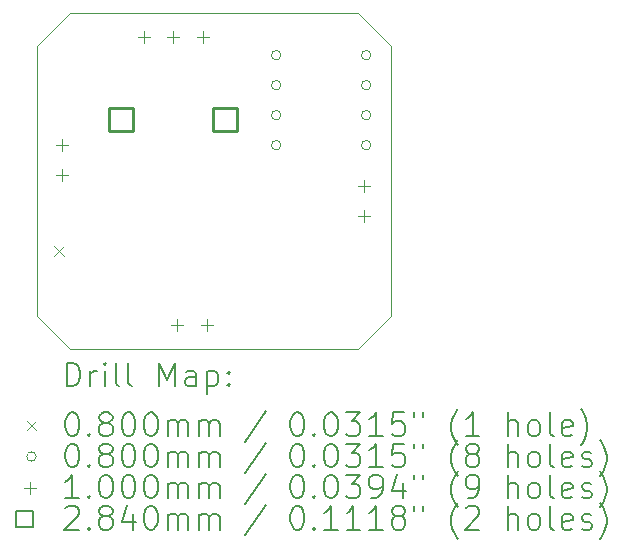
<source format=gbr>
%TF.GenerationSoftware,KiCad,Pcbnew,(6.0.7)*%
%TF.CreationDate,2024-01-15T20:32:37-05:00*%
%TF.ProjectId,pcb_chip,7063625f-6368-4697-902e-6b696361645f,rev?*%
%TF.SameCoordinates,Original*%
%TF.FileFunction,Drillmap*%
%TF.FilePolarity,Positive*%
%FSLAX45Y45*%
G04 Gerber Fmt 4.5, Leading zero omitted, Abs format (unit mm)*
G04 Created by KiCad (PCBNEW (6.0.7)) date 2024-01-15 20:32:37*
%MOMM*%
%LPD*%
G01*
G04 APERTURE LIST*
%ADD10C,0.100000*%
%ADD11C,0.200000*%
%ADD12C,0.080000*%
%ADD13C,0.284000*%
G04 APERTURE END LIST*
D10*
X14325600Y-8255000D02*
X14325600Y-10541000D01*
X14046200Y-10820400D01*
X11607800Y-10820400D01*
X11328400Y-10541000D01*
X11328400Y-8255000D01*
X11607800Y-7975600D01*
X14046200Y-7975600D01*
X14325600Y-8255000D01*
D11*
D12*
X11476360Y-9947280D02*
X11556360Y-10027280D01*
X11556360Y-9947280D02*
X11476360Y-10027280D01*
X13395320Y-8331200D02*
G75*
G03*
X13395320Y-8331200I-40000J0D01*
G01*
X13395320Y-8585200D02*
G75*
G03*
X13395320Y-8585200I-40000J0D01*
G01*
X13395320Y-8839200D02*
G75*
G03*
X13395320Y-8839200I-40000J0D01*
G01*
X13395320Y-9093200D02*
G75*
G03*
X13395320Y-9093200I-40000J0D01*
G01*
X14157320Y-8331200D02*
G75*
G03*
X14157320Y-8331200I-40000J0D01*
G01*
X14157320Y-8585200D02*
G75*
G03*
X14157320Y-8585200I-40000J0D01*
G01*
X14157320Y-8839200D02*
G75*
G03*
X14157320Y-8839200I-40000J0D01*
G01*
X14157320Y-9093200D02*
G75*
G03*
X14157320Y-9093200I-40000J0D01*
G01*
D10*
X11541760Y-9043700D02*
X11541760Y-9143700D01*
X11491760Y-9093700D02*
X11591760Y-9093700D01*
X11541760Y-9297700D02*
X11541760Y-9397700D01*
X11491760Y-9347700D02*
X11591760Y-9347700D01*
X12234100Y-8125500D02*
X12234100Y-8225500D01*
X12184100Y-8175500D02*
X12284100Y-8175500D01*
X12484100Y-8125500D02*
X12484100Y-8225500D01*
X12434100Y-8175500D02*
X12534100Y-8175500D01*
X12517120Y-10567200D02*
X12517120Y-10667200D01*
X12467120Y-10617200D02*
X12567120Y-10617200D01*
X12734100Y-8125500D02*
X12734100Y-8225500D01*
X12684100Y-8175500D02*
X12784100Y-8175500D01*
X12771120Y-10567200D02*
X12771120Y-10667200D01*
X12721120Y-10617200D02*
X12821120Y-10617200D01*
X14097000Y-9386600D02*
X14097000Y-9486600D01*
X14047000Y-9436600D02*
X14147000Y-9436600D01*
X14097000Y-9640600D02*
X14097000Y-9740600D01*
X14047000Y-9690600D02*
X14147000Y-9690600D01*
D13*
X12144510Y-8975910D02*
X12144510Y-8775090D01*
X11943690Y-8775090D01*
X11943690Y-8975910D01*
X12144510Y-8975910D01*
X13024510Y-8975910D02*
X13024510Y-8775090D01*
X12823690Y-8775090D01*
X12823690Y-8975910D01*
X13024510Y-8975910D01*
D11*
X11581019Y-11135876D02*
X11581019Y-10935876D01*
X11628638Y-10935876D01*
X11657209Y-10945400D01*
X11676257Y-10964448D01*
X11685781Y-10983495D01*
X11695305Y-11021590D01*
X11695305Y-11050162D01*
X11685781Y-11088257D01*
X11676257Y-11107305D01*
X11657209Y-11126352D01*
X11628638Y-11135876D01*
X11581019Y-11135876D01*
X11781019Y-11135876D02*
X11781019Y-11002543D01*
X11781019Y-11040638D02*
X11790543Y-11021590D01*
X11800067Y-11012067D01*
X11819114Y-11002543D01*
X11838162Y-11002543D01*
X11904828Y-11135876D02*
X11904828Y-11002543D01*
X11904828Y-10935876D02*
X11895305Y-10945400D01*
X11904828Y-10954924D01*
X11914352Y-10945400D01*
X11904828Y-10935876D01*
X11904828Y-10954924D01*
X12028638Y-11135876D02*
X12009590Y-11126352D01*
X12000067Y-11107305D01*
X12000067Y-10935876D01*
X12133400Y-11135876D02*
X12114352Y-11126352D01*
X12104828Y-11107305D01*
X12104828Y-10935876D01*
X12361971Y-11135876D02*
X12361971Y-10935876D01*
X12428638Y-11078733D01*
X12495305Y-10935876D01*
X12495305Y-11135876D01*
X12676257Y-11135876D02*
X12676257Y-11031114D01*
X12666733Y-11012067D01*
X12647686Y-11002543D01*
X12609590Y-11002543D01*
X12590543Y-11012067D01*
X12676257Y-11126352D02*
X12657209Y-11135876D01*
X12609590Y-11135876D01*
X12590543Y-11126352D01*
X12581019Y-11107305D01*
X12581019Y-11088257D01*
X12590543Y-11069210D01*
X12609590Y-11059686D01*
X12657209Y-11059686D01*
X12676257Y-11050162D01*
X12771495Y-11002543D02*
X12771495Y-11202543D01*
X12771495Y-11012067D02*
X12790543Y-11002543D01*
X12828638Y-11002543D01*
X12847686Y-11012067D01*
X12857209Y-11021590D01*
X12866733Y-11040638D01*
X12866733Y-11097781D01*
X12857209Y-11116829D01*
X12847686Y-11126352D01*
X12828638Y-11135876D01*
X12790543Y-11135876D01*
X12771495Y-11126352D01*
X12952448Y-11116829D02*
X12961971Y-11126352D01*
X12952448Y-11135876D01*
X12942924Y-11126352D01*
X12952448Y-11116829D01*
X12952448Y-11135876D01*
X12952448Y-11012067D02*
X12961971Y-11021590D01*
X12952448Y-11031114D01*
X12942924Y-11021590D01*
X12952448Y-11012067D01*
X12952448Y-11031114D01*
D12*
X11243400Y-11425400D02*
X11323400Y-11505400D01*
X11323400Y-11425400D02*
X11243400Y-11505400D01*
D11*
X11619114Y-11355876D02*
X11638162Y-11355876D01*
X11657209Y-11365400D01*
X11666733Y-11374924D01*
X11676257Y-11393971D01*
X11685781Y-11432067D01*
X11685781Y-11479686D01*
X11676257Y-11517781D01*
X11666733Y-11536828D01*
X11657209Y-11546352D01*
X11638162Y-11555876D01*
X11619114Y-11555876D01*
X11600067Y-11546352D01*
X11590543Y-11536828D01*
X11581019Y-11517781D01*
X11571495Y-11479686D01*
X11571495Y-11432067D01*
X11581019Y-11393971D01*
X11590543Y-11374924D01*
X11600067Y-11365400D01*
X11619114Y-11355876D01*
X11771495Y-11536828D02*
X11781019Y-11546352D01*
X11771495Y-11555876D01*
X11761971Y-11546352D01*
X11771495Y-11536828D01*
X11771495Y-11555876D01*
X11895305Y-11441590D02*
X11876257Y-11432067D01*
X11866733Y-11422543D01*
X11857209Y-11403495D01*
X11857209Y-11393971D01*
X11866733Y-11374924D01*
X11876257Y-11365400D01*
X11895305Y-11355876D01*
X11933400Y-11355876D01*
X11952448Y-11365400D01*
X11961971Y-11374924D01*
X11971495Y-11393971D01*
X11971495Y-11403495D01*
X11961971Y-11422543D01*
X11952448Y-11432067D01*
X11933400Y-11441590D01*
X11895305Y-11441590D01*
X11876257Y-11451114D01*
X11866733Y-11460638D01*
X11857209Y-11479686D01*
X11857209Y-11517781D01*
X11866733Y-11536828D01*
X11876257Y-11546352D01*
X11895305Y-11555876D01*
X11933400Y-11555876D01*
X11952448Y-11546352D01*
X11961971Y-11536828D01*
X11971495Y-11517781D01*
X11971495Y-11479686D01*
X11961971Y-11460638D01*
X11952448Y-11451114D01*
X11933400Y-11441590D01*
X12095305Y-11355876D02*
X12114352Y-11355876D01*
X12133400Y-11365400D01*
X12142924Y-11374924D01*
X12152448Y-11393971D01*
X12161971Y-11432067D01*
X12161971Y-11479686D01*
X12152448Y-11517781D01*
X12142924Y-11536828D01*
X12133400Y-11546352D01*
X12114352Y-11555876D01*
X12095305Y-11555876D01*
X12076257Y-11546352D01*
X12066733Y-11536828D01*
X12057209Y-11517781D01*
X12047686Y-11479686D01*
X12047686Y-11432067D01*
X12057209Y-11393971D01*
X12066733Y-11374924D01*
X12076257Y-11365400D01*
X12095305Y-11355876D01*
X12285781Y-11355876D02*
X12304828Y-11355876D01*
X12323876Y-11365400D01*
X12333400Y-11374924D01*
X12342924Y-11393971D01*
X12352448Y-11432067D01*
X12352448Y-11479686D01*
X12342924Y-11517781D01*
X12333400Y-11536828D01*
X12323876Y-11546352D01*
X12304828Y-11555876D01*
X12285781Y-11555876D01*
X12266733Y-11546352D01*
X12257209Y-11536828D01*
X12247686Y-11517781D01*
X12238162Y-11479686D01*
X12238162Y-11432067D01*
X12247686Y-11393971D01*
X12257209Y-11374924D01*
X12266733Y-11365400D01*
X12285781Y-11355876D01*
X12438162Y-11555876D02*
X12438162Y-11422543D01*
X12438162Y-11441590D02*
X12447686Y-11432067D01*
X12466733Y-11422543D01*
X12495305Y-11422543D01*
X12514352Y-11432067D01*
X12523876Y-11451114D01*
X12523876Y-11555876D01*
X12523876Y-11451114D02*
X12533400Y-11432067D01*
X12552448Y-11422543D01*
X12581019Y-11422543D01*
X12600067Y-11432067D01*
X12609590Y-11451114D01*
X12609590Y-11555876D01*
X12704828Y-11555876D02*
X12704828Y-11422543D01*
X12704828Y-11441590D02*
X12714352Y-11432067D01*
X12733400Y-11422543D01*
X12761971Y-11422543D01*
X12781019Y-11432067D01*
X12790543Y-11451114D01*
X12790543Y-11555876D01*
X12790543Y-11451114D02*
X12800067Y-11432067D01*
X12819114Y-11422543D01*
X12847686Y-11422543D01*
X12866733Y-11432067D01*
X12876257Y-11451114D01*
X12876257Y-11555876D01*
X13266733Y-11346352D02*
X13095305Y-11603495D01*
X13523876Y-11355876D02*
X13542924Y-11355876D01*
X13561971Y-11365400D01*
X13571495Y-11374924D01*
X13581019Y-11393971D01*
X13590543Y-11432067D01*
X13590543Y-11479686D01*
X13581019Y-11517781D01*
X13571495Y-11536828D01*
X13561971Y-11546352D01*
X13542924Y-11555876D01*
X13523876Y-11555876D01*
X13504828Y-11546352D01*
X13495305Y-11536828D01*
X13485781Y-11517781D01*
X13476257Y-11479686D01*
X13476257Y-11432067D01*
X13485781Y-11393971D01*
X13495305Y-11374924D01*
X13504828Y-11365400D01*
X13523876Y-11355876D01*
X13676257Y-11536828D02*
X13685781Y-11546352D01*
X13676257Y-11555876D01*
X13666733Y-11546352D01*
X13676257Y-11536828D01*
X13676257Y-11555876D01*
X13809590Y-11355876D02*
X13828638Y-11355876D01*
X13847686Y-11365400D01*
X13857209Y-11374924D01*
X13866733Y-11393971D01*
X13876257Y-11432067D01*
X13876257Y-11479686D01*
X13866733Y-11517781D01*
X13857209Y-11536828D01*
X13847686Y-11546352D01*
X13828638Y-11555876D01*
X13809590Y-11555876D01*
X13790543Y-11546352D01*
X13781019Y-11536828D01*
X13771495Y-11517781D01*
X13761971Y-11479686D01*
X13761971Y-11432067D01*
X13771495Y-11393971D01*
X13781019Y-11374924D01*
X13790543Y-11365400D01*
X13809590Y-11355876D01*
X13942924Y-11355876D02*
X14066733Y-11355876D01*
X14000067Y-11432067D01*
X14028638Y-11432067D01*
X14047686Y-11441590D01*
X14057209Y-11451114D01*
X14066733Y-11470162D01*
X14066733Y-11517781D01*
X14057209Y-11536828D01*
X14047686Y-11546352D01*
X14028638Y-11555876D01*
X13971495Y-11555876D01*
X13952448Y-11546352D01*
X13942924Y-11536828D01*
X14257209Y-11555876D02*
X14142924Y-11555876D01*
X14200067Y-11555876D02*
X14200067Y-11355876D01*
X14181019Y-11384448D01*
X14161971Y-11403495D01*
X14142924Y-11413019D01*
X14438162Y-11355876D02*
X14342924Y-11355876D01*
X14333400Y-11451114D01*
X14342924Y-11441590D01*
X14361971Y-11432067D01*
X14409590Y-11432067D01*
X14428638Y-11441590D01*
X14438162Y-11451114D01*
X14447686Y-11470162D01*
X14447686Y-11517781D01*
X14438162Y-11536828D01*
X14428638Y-11546352D01*
X14409590Y-11555876D01*
X14361971Y-11555876D01*
X14342924Y-11546352D01*
X14333400Y-11536828D01*
X14523876Y-11355876D02*
X14523876Y-11393971D01*
X14600067Y-11355876D02*
X14600067Y-11393971D01*
X14895305Y-11632067D02*
X14885781Y-11622543D01*
X14866733Y-11593971D01*
X14857209Y-11574924D01*
X14847686Y-11546352D01*
X14838162Y-11498733D01*
X14838162Y-11460638D01*
X14847686Y-11413019D01*
X14857209Y-11384448D01*
X14866733Y-11365400D01*
X14885781Y-11336828D01*
X14895305Y-11327305D01*
X15076257Y-11555876D02*
X14961971Y-11555876D01*
X15019114Y-11555876D02*
X15019114Y-11355876D01*
X15000067Y-11384448D01*
X14981019Y-11403495D01*
X14961971Y-11413019D01*
X15314352Y-11555876D02*
X15314352Y-11355876D01*
X15400067Y-11555876D02*
X15400067Y-11451114D01*
X15390543Y-11432067D01*
X15371495Y-11422543D01*
X15342924Y-11422543D01*
X15323876Y-11432067D01*
X15314352Y-11441590D01*
X15523876Y-11555876D02*
X15504828Y-11546352D01*
X15495305Y-11536828D01*
X15485781Y-11517781D01*
X15485781Y-11460638D01*
X15495305Y-11441590D01*
X15504828Y-11432067D01*
X15523876Y-11422543D01*
X15552448Y-11422543D01*
X15571495Y-11432067D01*
X15581019Y-11441590D01*
X15590543Y-11460638D01*
X15590543Y-11517781D01*
X15581019Y-11536828D01*
X15571495Y-11546352D01*
X15552448Y-11555876D01*
X15523876Y-11555876D01*
X15704828Y-11555876D02*
X15685781Y-11546352D01*
X15676257Y-11527305D01*
X15676257Y-11355876D01*
X15857209Y-11546352D02*
X15838162Y-11555876D01*
X15800067Y-11555876D01*
X15781019Y-11546352D01*
X15771495Y-11527305D01*
X15771495Y-11451114D01*
X15781019Y-11432067D01*
X15800067Y-11422543D01*
X15838162Y-11422543D01*
X15857209Y-11432067D01*
X15866733Y-11451114D01*
X15866733Y-11470162D01*
X15771495Y-11489209D01*
X15933400Y-11632067D02*
X15942924Y-11622543D01*
X15961971Y-11593971D01*
X15971495Y-11574924D01*
X15981019Y-11546352D01*
X15990543Y-11498733D01*
X15990543Y-11460638D01*
X15981019Y-11413019D01*
X15971495Y-11384448D01*
X15961971Y-11365400D01*
X15942924Y-11336828D01*
X15933400Y-11327305D01*
D12*
X11323400Y-11729400D02*
G75*
G03*
X11323400Y-11729400I-40000J0D01*
G01*
D11*
X11619114Y-11619876D02*
X11638162Y-11619876D01*
X11657209Y-11629400D01*
X11666733Y-11638924D01*
X11676257Y-11657971D01*
X11685781Y-11696067D01*
X11685781Y-11743686D01*
X11676257Y-11781781D01*
X11666733Y-11800828D01*
X11657209Y-11810352D01*
X11638162Y-11819876D01*
X11619114Y-11819876D01*
X11600067Y-11810352D01*
X11590543Y-11800828D01*
X11581019Y-11781781D01*
X11571495Y-11743686D01*
X11571495Y-11696067D01*
X11581019Y-11657971D01*
X11590543Y-11638924D01*
X11600067Y-11629400D01*
X11619114Y-11619876D01*
X11771495Y-11800828D02*
X11781019Y-11810352D01*
X11771495Y-11819876D01*
X11761971Y-11810352D01*
X11771495Y-11800828D01*
X11771495Y-11819876D01*
X11895305Y-11705590D02*
X11876257Y-11696067D01*
X11866733Y-11686543D01*
X11857209Y-11667495D01*
X11857209Y-11657971D01*
X11866733Y-11638924D01*
X11876257Y-11629400D01*
X11895305Y-11619876D01*
X11933400Y-11619876D01*
X11952448Y-11629400D01*
X11961971Y-11638924D01*
X11971495Y-11657971D01*
X11971495Y-11667495D01*
X11961971Y-11686543D01*
X11952448Y-11696067D01*
X11933400Y-11705590D01*
X11895305Y-11705590D01*
X11876257Y-11715114D01*
X11866733Y-11724638D01*
X11857209Y-11743686D01*
X11857209Y-11781781D01*
X11866733Y-11800828D01*
X11876257Y-11810352D01*
X11895305Y-11819876D01*
X11933400Y-11819876D01*
X11952448Y-11810352D01*
X11961971Y-11800828D01*
X11971495Y-11781781D01*
X11971495Y-11743686D01*
X11961971Y-11724638D01*
X11952448Y-11715114D01*
X11933400Y-11705590D01*
X12095305Y-11619876D02*
X12114352Y-11619876D01*
X12133400Y-11629400D01*
X12142924Y-11638924D01*
X12152448Y-11657971D01*
X12161971Y-11696067D01*
X12161971Y-11743686D01*
X12152448Y-11781781D01*
X12142924Y-11800828D01*
X12133400Y-11810352D01*
X12114352Y-11819876D01*
X12095305Y-11819876D01*
X12076257Y-11810352D01*
X12066733Y-11800828D01*
X12057209Y-11781781D01*
X12047686Y-11743686D01*
X12047686Y-11696067D01*
X12057209Y-11657971D01*
X12066733Y-11638924D01*
X12076257Y-11629400D01*
X12095305Y-11619876D01*
X12285781Y-11619876D02*
X12304828Y-11619876D01*
X12323876Y-11629400D01*
X12333400Y-11638924D01*
X12342924Y-11657971D01*
X12352448Y-11696067D01*
X12352448Y-11743686D01*
X12342924Y-11781781D01*
X12333400Y-11800828D01*
X12323876Y-11810352D01*
X12304828Y-11819876D01*
X12285781Y-11819876D01*
X12266733Y-11810352D01*
X12257209Y-11800828D01*
X12247686Y-11781781D01*
X12238162Y-11743686D01*
X12238162Y-11696067D01*
X12247686Y-11657971D01*
X12257209Y-11638924D01*
X12266733Y-11629400D01*
X12285781Y-11619876D01*
X12438162Y-11819876D02*
X12438162Y-11686543D01*
X12438162Y-11705590D02*
X12447686Y-11696067D01*
X12466733Y-11686543D01*
X12495305Y-11686543D01*
X12514352Y-11696067D01*
X12523876Y-11715114D01*
X12523876Y-11819876D01*
X12523876Y-11715114D02*
X12533400Y-11696067D01*
X12552448Y-11686543D01*
X12581019Y-11686543D01*
X12600067Y-11696067D01*
X12609590Y-11715114D01*
X12609590Y-11819876D01*
X12704828Y-11819876D02*
X12704828Y-11686543D01*
X12704828Y-11705590D02*
X12714352Y-11696067D01*
X12733400Y-11686543D01*
X12761971Y-11686543D01*
X12781019Y-11696067D01*
X12790543Y-11715114D01*
X12790543Y-11819876D01*
X12790543Y-11715114D02*
X12800067Y-11696067D01*
X12819114Y-11686543D01*
X12847686Y-11686543D01*
X12866733Y-11696067D01*
X12876257Y-11715114D01*
X12876257Y-11819876D01*
X13266733Y-11610352D02*
X13095305Y-11867495D01*
X13523876Y-11619876D02*
X13542924Y-11619876D01*
X13561971Y-11629400D01*
X13571495Y-11638924D01*
X13581019Y-11657971D01*
X13590543Y-11696067D01*
X13590543Y-11743686D01*
X13581019Y-11781781D01*
X13571495Y-11800828D01*
X13561971Y-11810352D01*
X13542924Y-11819876D01*
X13523876Y-11819876D01*
X13504828Y-11810352D01*
X13495305Y-11800828D01*
X13485781Y-11781781D01*
X13476257Y-11743686D01*
X13476257Y-11696067D01*
X13485781Y-11657971D01*
X13495305Y-11638924D01*
X13504828Y-11629400D01*
X13523876Y-11619876D01*
X13676257Y-11800828D02*
X13685781Y-11810352D01*
X13676257Y-11819876D01*
X13666733Y-11810352D01*
X13676257Y-11800828D01*
X13676257Y-11819876D01*
X13809590Y-11619876D02*
X13828638Y-11619876D01*
X13847686Y-11629400D01*
X13857209Y-11638924D01*
X13866733Y-11657971D01*
X13876257Y-11696067D01*
X13876257Y-11743686D01*
X13866733Y-11781781D01*
X13857209Y-11800828D01*
X13847686Y-11810352D01*
X13828638Y-11819876D01*
X13809590Y-11819876D01*
X13790543Y-11810352D01*
X13781019Y-11800828D01*
X13771495Y-11781781D01*
X13761971Y-11743686D01*
X13761971Y-11696067D01*
X13771495Y-11657971D01*
X13781019Y-11638924D01*
X13790543Y-11629400D01*
X13809590Y-11619876D01*
X13942924Y-11619876D02*
X14066733Y-11619876D01*
X14000067Y-11696067D01*
X14028638Y-11696067D01*
X14047686Y-11705590D01*
X14057209Y-11715114D01*
X14066733Y-11734162D01*
X14066733Y-11781781D01*
X14057209Y-11800828D01*
X14047686Y-11810352D01*
X14028638Y-11819876D01*
X13971495Y-11819876D01*
X13952448Y-11810352D01*
X13942924Y-11800828D01*
X14257209Y-11819876D02*
X14142924Y-11819876D01*
X14200067Y-11819876D02*
X14200067Y-11619876D01*
X14181019Y-11648448D01*
X14161971Y-11667495D01*
X14142924Y-11677019D01*
X14438162Y-11619876D02*
X14342924Y-11619876D01*
X14333400Y-11715114D01*
X14342924Y-11705590D01*
X14361971Y-11696067D01*
X14409590Y-11696067D01*
X14428638Y-11705590D01*
X14438162Y-11715114D01*
X14447686Y-11734162D01*
X14447686Y-11781781D01*
X14438162Y-11800828D01*
X14428638Y-11810352D01*
X14409590Y-11819876D01*
X14361971Y-11819876D01*
X14342924Y-11810352D01*
X14333400Y-11800828D01*
X14523876Y-11619876D02*
X14523876Y-11657971D01*
X14600067Y-11619876D02*
X14600067Y-11657971D01*
X14895305Y-11896067D02*
X14885781Y-11886543D01*
X14866733Y-11857971D01*
X14857209Y-11838924D01*
X14847686Y-11810352D01*
X14838162Y-11762733D01*
X14838162Y-11724638D01*
X14847686Y-11677019D01*
X14857209Y-11648448D01*
X14866733Y-11629400D01*
X14885781Y-11600828D01*
X14895305Y-11591305D01*
X15000067Y-11705590D02*
X14981019Y-11696067D01*
X14971495Y-11686543D01*
X14961971Y-11667495D01*
X14961971Y-11657971D01*
X14971495Y-11638924D01*
X14981019Y-11629400D01*
X15000067Y-11619876D01*
X15038162Y-11619876D01*
X15057209Y-11629400D01*
X15066733Y-11638924D01*
X15076257Y-11657971D01*
X15076257Y-11667495D01*
X15066733Y-11686543D01*
X15057209Y-11696067D01*
X15038162Y-11705590D01*
X15000067Y-11705590D01*
X14981019Y-11715114D01*
X14971495Y-11724638D01*
X14961971Y-11743686D01*
X14961971Y-11781781D01*
X14971495Y-11800828D01*
X14981019Y-11810352D01*
X15000067Y-11819876D01*
X15038162Y-11819876D01*
X15057209Y-11810352D01*
X15066733Y-11800828D01*
X15076257Y-11781781D01*
X15076257Y-11743686D01*
X15066733Y-11724638D01*
X15057209Y-11715114D01*
X15038162Y-11705590D01*
X15314352Y-11819876D02*
X15314352Y-11619876D01*
X15400067Y-11819876D02*
X15400067Y-11715114D01*
X15390543Y-11696067D01*
X15371495Y-11686543D01*
X15342924Y-11686543D01*
X15323876Y-11696067D01*
X15314352Y-11705590D01*
X15523876Y-11819876D02*
X15504828Y-11810352D01*
X15495305Y-11800828D01*
X15485781Y-11781781D01*
X15485781Y-11724638D01*
X15495305Y-11705590D01*
X15504828Y-11696067D01*
X15523876Y-11686543D01*
X15552448Y-11686543D01*
X15571495Y-11696067D01*
X15581019Y-11705590D01*
X15590543Y-11724638D01*
X15590543Y-11781781D01*
X15581019Y-11800828D01*
X15571495Y-11810352D01*
X15552448Y-11819876D01*
X15523876Y-11819876D01*
X15704828Y-11819876D02*
X15685781Y-11810352D01*
X15676257Y-11791305D01*
X15676257Y-11619876D01*
X15857209Y-11810352D02*
X15838162Y-11819876D01*
X15800067Y-11819876D01*
X15781019Y-11810352D01*
X15771495Y-11791305D01*
X15771495Y-11715114D01*
X15781019Y-11696067D01*
X15800067Y-11686543D01*
X15838162Y-11686543D01*
X15857209Y-11696067D01*
X15866733Y-11715114D01*
X15866733Y-11734162D01*
X15771495Y-11753209D01*
X15942924Y-11810352D02*
X15961971Y-11819876D01*
X16000067Y-11819876D01*
X16019114Y-11810352D01*
X16028638Y-11791305D01*
X16028638Y-11781781D01*
X16019114Y-11762733D01*
X16000067Y-11753209D01*
X15971495Y-11753209D01*
X15952448Y-11743686D01*
X15942924Y-11724638D01*
X15942924Y-11715114D01*
X15952448Y-11696067D01*
X15971495Y-11686543D01*
X16000067Y-11686543D01*
X16019114Y-11696067D01*
X16095305Y-11896067D02*
X16104828Y-11886543D01*
X16123876Y-11857971D01*
X16133400Y-11838924D01*
X16142924Y-11810352D01*
X16152448Y-11762733D01*
X16152448Y-11724638D01*
X16142924Y-11677019D01*
X16133400Y-11648448D01*
X16123876Y-11629400D01*
X16104828Y-11600828D01*
X16095305Y-11591305D01*
D10*
X11273400Y-11943400D02*
X11273400Y-12043400D01*
X11223400Y-11993400D02*
X11323400Y-11993400D01*
D11*
X11685781Y-12083876D02*
X11571495Y-12083876D01*
X11628638Y-12083876D02*
X11628638Y-11883876D01*
X11609590Y-11912448D01*
X11590543Y-11931495D01*
X11571495Y-11941019D01*
X11771495Y-12064828D02*
X11781019Y-12074352D01*
X11771495Y-12083876D01*
X11761971Y-12074352D01*
X11771495Y-12064828D01*
X11771495Y-12083876D01*
X11904828Y-11883876D02*
X11923876Y-11883876D01*
X11942924Y-11893400D01*
X11952448Y-11902924D01*
X11961971Y-11921971D01*
X11971495Y-11960067D01*
X11971495Y-12007686D01*
X11961971Y-12045781D01*
X11952448Y-12064828D01*
X11942924Y-12074352D01*
X11923876Y-12083876D01*
X11904828Y-12083876D01*
X11885781Y-12074352D01*
X11876257Y-12064828D01*
X11866733Y-12045781D01*
X11857209Y-12007686D01*
X11857209Y-11960067D01*
X11866733Y-11921971D01*
X11876257Y-11902924D01*
X11885781Y-11893400D01*
X11904828Y-11883876D01*
X12095305Y-11883876D02*
X12114352Y-11883876D01*
X12133400Y-11893400D01*
X12142924Y-11902924D01*
X12152448Y-11921971D01*
X12161971Y-11960067D01*
X12161971Y-12007686D01*
X12152448Y-12045781D01*
X12142924Y-12064828D01*
X12133400Y-12074352D01*
X12114352Y-12083876D01*
X12095305Y-12083876D01*
X12076257Y-12074352D01*
X12066733Y-12064828D01*
X12057209Y-12045781D01*
X12047686Y-12007686D01*
X12047686Y-11960067D01*
X12057209Y-11921971D01*
X12066733Y-11902924D01*
X12076257Y-11893400D01*
X12095305Y-11883876D01*
X12285781Y-11883876D02*
X12304828Y-11883876D01*
X12323876Y-11893400D01*
X12333400Y-11902924D01*
X12342924Y-11921971D01*
X12352448Y-11960067D01*
X12352448Y-12007686D01*
X12342924Y-12045781D01*
X12333400Y-12064828D01*
X12323876Y-12074352D01*
X12304828Y-12083876D01*
X12285781Y-12083876D01*
X12266733Y-12074352D01*
X12257209Y-12064828D01*
X12247686Y-12045781D01*
X12238162Y-12007686D01*
X12238162Y-11960067D01*
X12247686Y-11921971D01*
X12257209Y-11902924D01*
X12266733Y-11893400D01*
X12285781Y-11883876D01*
X12438162Y-12083876D02*
X12438162Y-11950543D01*
X12438162Y-11969590D02*
X12447686Y-11960067D01*
X12466733Y-11950543D01*
X12495305Y-11950543D01*
X12514352Y-11960067D01*
X12523876Y-11979114D01*
X12523876Y-12083876D01*
X12523876Y-11979114D02*
X12533400Y-11960067D01*
X12552448Y-11950543D01*
X12581019Y-11950543D01*
X12600067Y-11960067D01*
X12609590Y-11979114D01*
X12609590Y-12083876D01*
X12704828Y-12083876D02*
X12704828Y-11950543D01*
X12704828Y-11969590D02*
X12714352Y-11960067D01*
X12733400Y-11950543D01*
X12761971Y-11950543D01*
X12781019Y-11960067D01*
X12790543Y-11979114D01*
X12790543Y-12083876D01*
X12790543Y-11979114D02*
X12800067Y-11960067D01*
X12819114Y-11950543D01*
X12847686Y-11950543D01*
X12866733Y-11960067D01*
X12876257Y-11979114D01*
X12876257Y-12083876D01*
X13266733Y-11874352D02*
X13095305Y-12131495D01*
X13523876Y-11883876D02*
X13542924Y-11883876D01*
X13561971Y-11893400D01*
X13571495Y-11902924D01*
X13581019Y-11921971D01*
X13590543Y-11960067D01*
X13590543Y-12007686D01*
X13581019Y-12045781D01*
X13571495Y-12064828D01*
X13561971Y-12074352D01*
X13542924Y-12083876D01*
X13523876Y-12083876D01*
X13504828Y-12074352D01*
X13495305Y-12064828D01*
X13485781Y-12045781D01*
X13476257Y-12007686D01*
X13476257Y-11960067D01*
X13485781Y-11921971D01*
X13495305Y-11902924D01*
X13504828Y-11893400D01*
X13523876Y-11883876D01*
X13676257Y-12064828D02*
X13685781Y-12074352D01*
X13676257Y-12083876D01*
X13666733Y-12074352D01*
X13676257Y-12064828D01*
X13676257Y-12083876D01*
X13809590Y-11883876D02*
X13828638Y-11883876D01*
X13847686Y-11893400D01*
X13857209Y-11902924D01*
X13866733Y-11921971D01*
X13876257Y-11960067D01*
X13876257Y-12007686D01*
X13866733Y-12045781D01*
X13857209Y-12064828D01*
X13847686Y-12074352D01*
X13828638Y-12083876D01*
X13809590Y-12083876D01*
X13790543Y-12074352D01*
X13781019Y-12064828D01*
X13771495Y-12045781D01*
X13761971Y-12007686D01*
X13761971Y-11960067D01*
X13771495Y-11921971D01*
X13781019Y-11902924D01*
X13790543Y-11893400D01*
X13809590Y-11883876D01*
X13942924Y-11883876D02*
X14066733Y-11883876D01*
X14000067Y-11960067D01*
X14028638Y-11960067D01*
X14047686Y-11969590D01*
X14057209Y-11979114D01*
X14066733Y-11998162D01*
X14066733Y-12045781D01*
X14057209Y-12064828D01*
X14047686Y-12074352D01*
X14028638Y-12083876D01*
X13971495Y-12083876D01*
X13952448Y-12074352D01*
X13942924Y-12064828D01*
X14161971Y-12083876D02*
X14200067Y-12083876D01*
X14219114Y-12074352D01*
X14228638Y-12064828D01*
X14247686Y-12036257D01*
X14257209Y-11998162D01*
X14257209Y-11921971D01*
X14247686Y-11902924D01*
X14238162Y-11893400D01*
X14219114Y-11883876D01*
X14181019Y-11883876D01*
X14161971Y-11893400D01*
X14152448Y-11902924D01*
X14142924Y-11921971D01*
X14142924Y-11969590D01*
X14152448Y-11988638D01*
X14161971Y-11998162D01*
X14181019Y-12007686D01*
X14219114Y-12007686D01*
X14238162Y-11998162D01*
X14247686Y-11988638D01*
X14257209Y-11969590D01*
X14428638Y-11950543D02*
X14428638Y-12083876D01*
X14381019Y-11874352D02*
X14333400Y-12017209D01*
X14457209Y-12017209D01*
X14523876Y-11883876D02*
X14523876Y-11921971D01*
X14600067Y-11883876D02*
X14600067Y-11921971D01*
X14895305Y-12160067D02*
X14885781Y-12150543D01*
X14866733Y-12121971D01*
X14857209Y-12102924D01*
X14847686Y-12074352D01*
X14838162Y-12026733D01*
X14838162Y-11988638D01*
X14847686Y-11941019D01*
X14857209Y-11912448D01*
X14866733Y-11893400D01*
X14885781Y-11864828D01*
X14895305Y-11855305D01*
X14981019Y-12083876D02*
X15019114Y-12083876D01*
X15038162Y-12074352D01*
X15047686Y-12064828D01*
X15066733Y-12036257D01*
X15076257Y-11998162D01*
X15076257Y-11921971D01*
X15066733Y-11902924D01*
X15057209Y-11893400D01*
X15038162Y-11883876D01*
X15000067Y-11883876D01*
X14981019Y-11893400D01*
X14971495Y-11902924D01*
X14961971Y-11921971D01*
X14961971Y-11969590D01*
X14971495Y-11988638D01*
X14981019Y-11998162D01*
X15000067Y-12007686D01*
X15038162Y-12007686D01*
X15057209Y-11998162D01*
X15066733Y-11988638D01*
X15076257Y-11969590D01*
X15314352Y-12083876D02*
X15314352Y-11883876D01*
X15400067Y-12083876D02*
X15400067Y-11979114D01*
X15390543Y-11960067D01*
X15371495Y-11950543D01*
X15342924Y-11950543D01*
X15323876Y-11960067D01*
X15314352Y-11969590D01*
X15523876Y-12083876D02*
X15504828Y-12074352D01*
X15495305Y-12064828D01*
X15485781Y-12045781D01*
X15485781Y-11988638D01*
X15495305Y-11969590D01*
X15504828Y-11960067D01*
X15523876Y-11950543D01*
X15552448Y-11950543D01*
X15571495Y-11960067D01*
X15581019Y-11969590D01*
X15590543Y-11988638D01*
X15590543Y-12045781D01*
X15581019Y-12064828D01*
X15571495Y-12074352D01*
X15552448Y-12083876D01*
X15523876Y-12083876D01*
X15704828Y-12083876D02*
X15685781Y-12074352D01*
X15676257Y-12055305D01*
X15676257Y-11883876D01*
X15857209Y-12074352D02*
X15838162Y-12083876D01*
X15800067Y-12083876D01*
X15781019Y-12074352D01*
X15771495Y-12055305D01*
X15771495Y-11979114D01*
X15781019Y-11960067D01*
X15800067Y-11950543D01*
X15838162Y-11950543D01*
X15857209Y-11960067D01*
X15866733Y-11979114D01*
X15866733Y-11998162D01*
X15771495Y-12017209D01*
X15942924Y-12074352D02*
X15961971Y-12083876D01*
X16000067Y-12083876D01*
X16019114Y-12074352D01*
X16028638Y-12055305D01*
X16028638Y-12045781D01*
X16019114Y-12026733D01*
X16000067Y-12017209D01*
X15971495Y-12017209D01*
X15952448Y-12007686D01*
X15942924Y-11988638D01*
X15942924Y-11979114D01*
X15952448Y-11960067D01*
X15971495Y-11950543D01*
X16000067Y-11950543D01*
X16019114Y-11960067D01*
X16095305Y-12160067D02*
X16104828Y-12150543D01*
X16123876Y-12121971D01*
X16133400Y-12102924D01*
X16142924Y-12074352D01*
X16152448Y-12026733D01*
X16152448Y-11988638D01*
X16142924Y-11941019D01*
X16133400Y-11912448D01*
X16123876Y-11893400D01*
X16104828Y-11864828D01*
X16095305Y-11855305D01*
X11294111Y-12328111D02*
X11294111Y-12186689D01*
X11152689Y-12186689D01*
X11152689Y-12328111D01*
X11294111Y-12328111D01*
X11571495Y-12166924D02*
X11581019Y-12157400D01*
X11600067Y-12147876D01*
X11647686Y-12147876D01*
X11666733Y-12157400D01*
X11676257Y-12166924D01*
X11685781Y-12185971D01*
X11685781Y-12205019D01*
X11676257Y-12233590D01*
X11561971Y-12347876D01*
X11685781Y-12347876D01*
X11771495Y-12328828D02*
X11781019Y-12338352D01*
X11771495Y-12347876D01*
X11761971Y-12338352D01*
X11771495Y-12328828D01*
X11771495Y-12347876D01*
X11895305Y-12233590D02*
X11876257Y-12224067D01*
X11866733Y-12214543D01*
X11857209Y-12195495D01*
X11857209Y-12185971D01*
X11866733Y-12166924D01*
X11876257Y-12157400D01*
X11895305Y-12147876D01*
X11933400Y-12147876D01*
X11952448Y-12157400D01*
X11961971Y-12166924D01*
X11971495Y-12185971D01*
X11971495Y-12195495D01*
X11961971Y-12214543D01*
X11952448Y-12224067D01*
X11933400Y-12233590D01*
X11895305Y-12233590D01*
X11876257Y-12243114D01*
X11866733Y-12252638D01*
X11857209Y-12271686D01*
X11857209Y-12309781D01*
X11866733Y-12328828D01*
X11876257Y-12338352D01*
X11895305Y-12347876D01*
X11933400Y-12347876D01*
X11952448Y-12338352D01*
X11961971Y-12328828D01*
X11971495Y-12309781D01*
X11971495Y-12271686D01*
X11961971Y-12252638D01*
X11952448Y-12243114D01*
X11933400Y-12233590D01*
X12142924Y-12214543D02*
X12142924Y-12347876D01*
X12095305Y-12138352D02*
X12047686Y-12281209D01*
X12171495Y-12281209D01*
X12285781Y-12147876D02*
X12304828Y-12147876D01*
X12323876Y-12157400D01*
X12333400Y-12166924D01*
X12342924Y-12185971D01*
X12352448Y-12224067D01*
X12352448Y-12271686D01*
X12342924Y-12309781D01*
X12333400Y-12328828D01*
X12323876Y-12338352D01*
X12304828Y-12347876D01*
X12285781Y-12347876D01*
X12266733Y-12338352D01*
X12257209Y-12328828D01*
X12247686Y-12309781D01*
X12238162Y-12271686D01*
X12238162Y-12224067D01*
X12247686Y-12185971D01*
X12257209Y-12166924D01*
X12266733Y-12157400D01*
X12285781Y-12147876D01*
X12438162Y-12347876D02*
X12438162Y-12214543D01*
X12438162Y-12233590D02*
X12447686Y-12224067D01*
X12466733Y-12214543D01*
X12495305Y-12214543D01*
X12514352Y-12224067D01*
X12523876Y-12243114D01*
X12523876Y-12347876D01*
X12523876Y-12243114D02*
X12533400Y-12224067D01*
X12552448Y-12214543D01*
X12581019Y-12214543D01*
X12600067Y-12224067D01*
X12609590Y-12243114D01*
X12609590Y-12347876D01*
X12704828Y-12347876D02*
X12704828Y-12214543D01*
X12704828Y-12233590D02*
X12714352Y-12224067D01*
X12733400Y-12214543D01*
X12761971Y-12214543D01*
X12781019Y-12224067D01*
X12790543Y-12243114D01*
X12790543Y-12347876D01*
X12790543Y-12243114D02*
X12800067Y-12224067D01*
X12819114Y-12214543D01*
X12847686Y-12214543D01*
X12866733Y-12224067D01*
X12876257Y-12243114D01*
X12876257Y-12347876D01*
X13266733Y-12138352D02*
X13095305Y-12395495D01*
X13523876Y-12147876D02*
X13542924Y-12147876D01*
X13561971Y-12157400D01*
X13571495Y-12166924D01*
X13581019Y-12185971D01*
X13590543Y-12224067D01*
X13590543Y-12271686D01*
X13581019Y-12309781D01*
X13571495Y-12328828D01*
X13561971Y-12338352D01*
X13542924Y-12347876D01*
X13523876Y-12347876D01*
X13504828Y-12338352D01*
X13495305Y-12328828D01*
X13485781Y-12309781D01*
X13476257Y-12271686D01*
X13476257Y-12224067D01*
X13485781Y-12185971D01*
X13495305Y-12166924D01*
X13504828Y-12157400D01*
X13523876Y-12147876D01*
X13676257Y-12328828D02*
X13685781Y-12338352D01*
X13676257Y-12347876D01*
X13666733Y-12338352D01*
X13676257Y-12328828D01*
X13676257Y-12347876D01*
X13876257Y-12347876D02*
X13761971Y-12347876D01*
X13819114Y-12347876D02*
X13819114Y-12147876D01*
X13800067Y-12176448D01*
X13781019Y-12195495D01*
X13761971Y-12205019D01*
X14066733Y-12347876D02*
X13952448Y-12347876D01*
X14009590Y-12347876D02*
X14009590Y-12147876D01*
X13990543Y-12176448D01*
X13971495Y-12195495D01*
X13952448Y-12205019D01*
X14257209Y-12347876D02*
X14142924Y-12347876D01*
X14200067Y-12347876D02*
X14200067Y-12147876D01*
X14181019Y-12176448D01*
X14161971Y-12195495D01*
X14142924Y-12205019D01*
X14371495Y-12233590D02*
X14352448Y-12224067D01*
X14342924Y-12214543D01*
X14333400Y-12195495D01*
X14333400Y-12185971D01*
X14342924Y-12166924D01*
X14352448Y-12157400D01*
X14371495Y-12147876D01*
X14409590Y-12147876D01*
X14428638Y-12157400D01*
X14438162Y-12166924D01*
X14447686Y-12185971D01*
X14447686Y-12195495D01*
X14438162Y-12214543D01*
X14428638Y-12224067D01*
X14409590Y-12233590D01*
X14371495Y-12233590D01*
X14352448Y-12243114D01*
X14342924Y-12252638D01*
X14333400Y-12271686D01*
X14333400Y-12309781D01*
X14342924Y-12328828D01*
X14352448Y-12338352D01*
X14371495Y-12347876D01*
X14409590Y-12347876D01*
X14428638Y-12338352D01*
X14438162Y-12328828D01*
X14447686Y-12309781D01*
X14447686Y-12271686D01*
X14438162Y-12252638D01*
X14428638Y-12243114D01*
X14409590Y-12233590D01*
X14523876Y-12147876D02*
X14523876Y-12185971D01*
X14600067Y-12147876D02*
X14600067Y-12185971D01*
X14895305Y-12424067D02*
X14885781Y-12414543D01*
X14866733Y-12385971D01*
X14857209Y-12366924D01*
X14847686Y-12338352D01*
X14838162Y-12290733D01*
X14838162Y-12252638D01*
X14847686Y-12205019D01*
X14857209Y-12176448D01*
X14866733Y-12157400D01*
X14885781Y-12128828D01*
X14895305Y-12119305D01*
X14961971Y-12166924D02*
X14971495Y-12157400D01*
X14990543Y-12147876D01*
X15038162Y-12147876D01*
X15057209Y-12157400D01*
X15066733Y-12166924D01*
X15076257Y-12185971D01*
X15076257Y-12205019D01*
X15066733Y-12233590D01*
X14952448Y-12347876D01*
X15076257Y-12347876D01*
X15314352Y-12347876D02*
X15314352Y-12147876D01*
X15400067Y-12347876D02*
X15400067Y-12243114D01*
X15390543Y-12224067D01*
X15371495Y-12214543D01*
X15342924Y-12214543D01*
X15323876Y-12224067D01*
X15314352Y-12233590D01*
X15523876Y-12347876D02*
X15504828Y-12338352D01*
X15495305Y-12328828D01*
X15485781Y-12309781D01*
X15485781Y-12252638D01*
X15495305Y-12233590D01*
X15504828Y-12224067D01*
X15523876Y-12214543D01*
X15552448Y-12214543D01*
X15571495Y-12224067D01*
X15581019Y-12233590D01*
X15590543Y-12252638D01*
X15590543Y-12309781D01*
X15581019Y-12328828D01*
X15571495Y-12338352D01*
X15552448Y-12347876D01*
X15523876Y-12347876D01*
X15704828Y-12347876D02*
X15685781Y-12338352D01*
X15676257Y-12319305D01*
X15676257Y-12147876D01*
X15857209Y-12338352D02*
X15838162Y-12347876D01*
X15800067Y-12347876D01*
X15781019Y-12338352D01*
X15771495Y-12319305D01*
X15771495Y-12243114D01*
X15781019Y-12224067D01*
X15800067Y-12214543D01*
X15838162Y-12214543D01*
X15857209Y-12224067D01*
X15866733Y-12243114D01*
X15866733Y-12262162D01*
X15771495Y-12281209D01*
X15942924Y-12338352D02*
X15961971Y-12347876D01*
X16000067Y-12347876D01*
X16019114Y-12338352D01*
X16028638Y-12319305D01*
X16028638Y-12309781D01*
X16019114Y-12290733D01*
X16000067Y-12281209D01*
X15971495Y-12281209D01*
X15952448Y-12271686D01*
X15942924Y-12252638D01*
X15942924Y-12243114D01*
X15952448Y-12224067D01*
X15971495Y-12214543D01*
X16000067Y-12214543D01*
X16019114Y-12224067D01*
X16095305Y-12424067D02*
X16104828Y-12414543D01*
X16123876Y-12385971D01*
X16133400Y-12366924D01*
X16142924Y-12338352D01*
X16152448Y-12290733D01*
X16152448Y-12252638D01*
X16142924Y-12205019D01*
X16133400Y-12176448D01*
X16123876Y-12157400D01*
X16104828Y-12128828D01*
X16095305Y-12119305D01*
M02*

</source>
